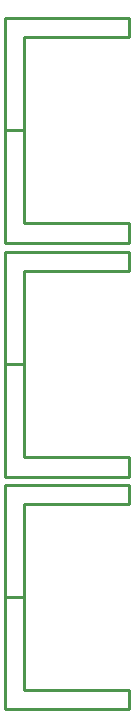
<source format=gm1>
G04 Layer_Color=16711935*
%FSLAX44Y44*%
%MOMM*%
G71*
G01*
G75*
%ADD61C,0.2540*%
D61*
X512064Y1016000D02*
X528320D01*
X512064Y1110996D02*
X617064D01*
X512064Y920996D02*
Y1110996D01*
X512072Y921004D02*
X617064D01*
Y937260D01*
Y1094740D02*
Y1110996D01*
X528320Y937260D02*
Y1094740D01*
Y937260D02*
X617064D01*
X528320Y1094740D02*
X617064D01*
X512064Y817880D02*
X528320D01*
X512064Y912876D02*
X617064D01*
X512064Y722876D02*
Y912876D01*
X512072Y722884D02*
X617064D01*
Y739140D01*
Y896620D02*
Y912876D01*
X528320Y739140D02*
Y896620D01*
Y739140D02*
X617064D01*
X528320Y896620D02*
X617064D01*
X528632Y699770D02*
X617376D01*
X528632Y542290D02*
X617376D01*
X528632D02*
Y699770D01*
X617376D02*
Y716026D01*
Y526034D02*
Y542290D01*
X512384Y526034D02*
X617376D01*
X512376Y526026D02*
Y716026D01*
X617376D01*
X512376Y621030D02*
X528632D01*
M02*

</source>
